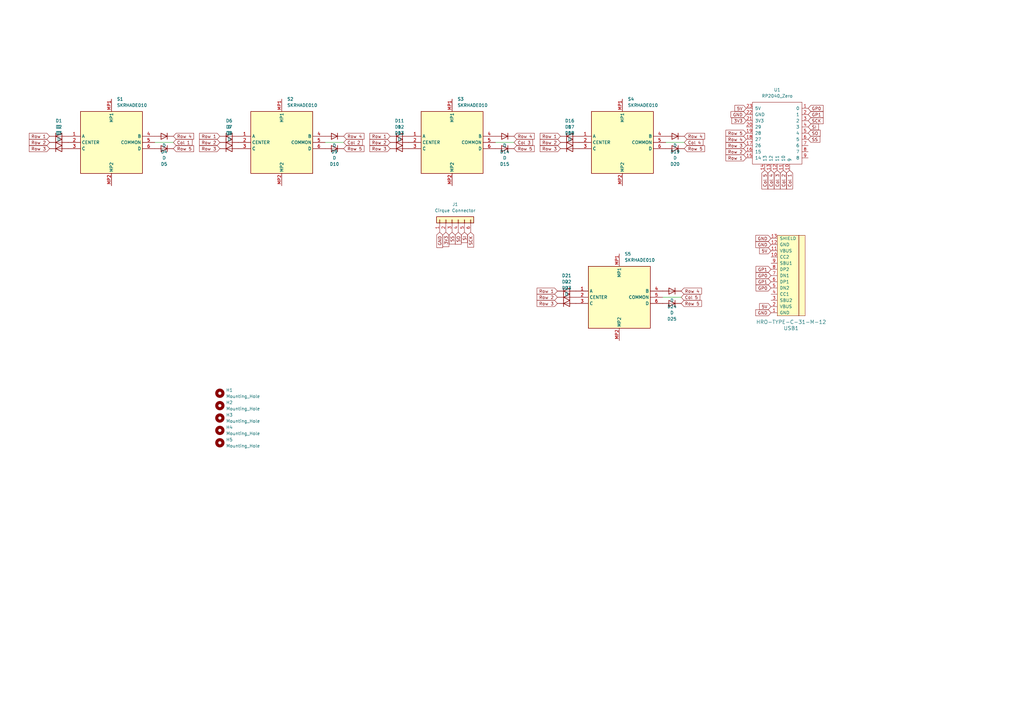
<source format=kicad_sch>
(kicad_sch (version 20231120) (generator "eeschema") (generator_version "8.99")
  (paper "A3")
  (lib_symbols
    (symbol "Connector_Generic:Conn_01x06" (pin_names (offset 1.016) hide)
      (property "Reference" "J" (at 0 7.62 0))
      (property "Value" "Conn_01x06" (at 0 -10.16 0))
      (symbol "Conn_01x06_1_1"
        (rectangle (start -1.27 -7.493) (end 0 -7.747) (stroke (width 0.1524)))
        (rectangle (start -1.27 -4.953) (end 0 -5.207) (stroke (width 0.1524)))
        (rectangle (start -1.27 -2.413) (end 0 -2.667) (stroke (width 0.1524)))
        (rectangle (start -1.27 0.127) (end 0 -0.127) (stroke (width 0.1524)))
        (rectangle (start -1.27 2.667) (end 0 2.413) (stroke (width 0.1524)))
        (rectangle (start -1.27 5.207) (end 0 4.953) (stroke (width 0.1524)))
        (rectangle (start -1.27 6.35) (end 1.27 -8.89) (stroke (width 0.254)) (fill (type background)))
        (pin passive line (at -5.08 5.08 0) (length 3.81) (name "Pin_1") (number "1"))
        (pin passive line (at -5.08 2.54 0) (length 3.81) (name "Pin_2") (number "2"))
        (pin passive line (at -5.08 0 0) (length 3.81) (name "Pin_3") (number "3"))
        (pin passive line (at -5.08 -2.54 0) (length 3.81) (name "Pin_4") (number "4"))
        (pin passive line (at -5.08 -5.08 0) (length 3.81) (name "Pin_5") (number "5"))
        (pin passive line (at -5.08 -7.62 0) (length 3.81) (name "Pin_6") (number "6"))
      )
    )
    (symbol "Device:D" (pin_numbers hide) (pin_names (offset 1.016) hide)
      (property "Reference" "D" (at 0 2.54 0))
      (property "Value" "D" (at 0 -2.54 0))
      (symbol "D_0_1"
        (polyline (pts (xy -1.27 1.27) (xy -1.27 -1.27)) (stroke (width 0.254)))
        (polyline (pts (xy 1.27 0) (xy -1.27 0)))
        (polyline (pts (xy 1.27 1.27) (xy 1.27 -1.27) (xy -1.27 0) (xy 1.27 1.27)) (stroke (width 0.254)))
      )
      (symbol "D_1_1"
        (pin passive line (at -3.81 0 0) (length 2.54) (name "K") (number "1"))
        (pin passive line (at 3.81 0 180) (length 2.54) (name "A") (number "2"))
      )
    )
    (symbol "SKRHADE010:SKRHADE010"
      (property "Reference" "S" (at 31.75 15.24 0))
      (property "Value" "SKRHADE010" (at 31.75 12.7 0))
      (symbol "SKRHADE010_1_1"
        (rectangle (start 5.08 10.16) (end 30.48 -15.24) (stroke (width 0.254)) (fill (type background)))
        (pin passive line (at 0 0 0) (length 5.08) (name "A") (number "1"))
        (pin passive line (at 0 -2.54 0) (length 5.08) (name "CENTER") (number "2"))
        (pin passive line (at 0 -5.08 0) (length 5.08) (name "C") (number "3"))
        (pin passive line (at 35.56 0 180) (length 5.08) (name "B") (number "4"))
        (pin passive line (at 35.56 -2.54 180) (length 5.08) (name "COMMON") (number "5"))
        (pin passive line (at 35.56 -5.08 180) (length 5.08) (name "D") (number "6"))
        (pin passive line (at 17.78 15.24 270) (length 5.08) (name "MP1") (number "MP1"))
        (pin passive line (at 17.78 -20.32 90) (length 5.08) (name "MP2") (number "MP2"))
      )
    )
    (symbol "ScottoKeebs:MCU_RP2040_Zero" (pin_names (offset 1.016))
      (property "Reference" "U" (at 0 15.24 0))
      (property "Value" "RP2040_Zero" (at 0 12.7 0))
      (symbol "MCU_RP2040_Zero_0_1"
        (rectangle (start -10.16 11.43) (end 10.16 -13.97))
      )
      (symbol "MCU_RP2040_Zero_1_1"
        (pin bidirectional line (at 12.7 8.89 180) (length 2.54) (name "0") (number "1"))
        (pin bidirectional line (at 5.08 -16.51 90) (length 2.54) (name "9") (number "10"))
        (pin bidirectional line (at 2.54 -16.51 90) (length 2.54) (name "10") (number "11"))
        (pin bidirectional line (at 0 -16.51 90) (length 2.54) (name "11") (number "12"))
        (pin bidirectional line (at -2.54 -16.51 90) (length 2.54) (name "12") (number "13"))
        (pin bidirectional line (at -5.08 -16.51 90) (length 2.54) (name "13") (number "14"))
        (pin bidirectional line (at -12.7 -11.43 0) (length 2.54) (name "14") (number "15"))
        (pin bidirectional line (at -12.7 -8.89 0) (length 2.54) (name "15") (number "16"))
        (pin bidirectional line (at -12.7 -6.35 0) (length 2.54) (name "26") (number "17"))
        (pin bidirectional line (at -12.7 -3.81 0) (length 2.54) (name "27") (number "18"))
        (pin bidirectional line (at -12.7 -1.27 0) (length 2.54) (name "28") (number "19"))
        (pin bidirectional line (at 12.7 6.35 180) (length 2.54) (name "1") (number "2"))
        (pin bidirectional line (at -12.7 1.27 0) (length 2.54) (name "29") (number "20"))
        (pin power_out line (at -12.7 3.81 0) (length 2.54) (name "3V3") (number "21"))
        (pin power_out line (at -12.7 6.35 0) (length 2.54) (name "GND") (number "22"))
        (pin power_out line (at -12.7 8.89 0) (length 2.54) (name "5V") (number "23"))
        (pin bidirectional line (at 12.7 3.81 180) (length 2.54) (name "2") (number "3"))
        (pin bidirectional line (at 12.7 1.27 180) (length 2.54) (name "3") (number "4"))
        (pin bidirectional line (at 12.7 -1.27 180) (length 2.54) (name "4") (number "5"))
        (pin bidirectional line (at 12.7 -3.81 180) (length 2.54) (name "5") (number "6"))
        (pin bidirectional line (at 12.7 -6.35 180) (length 2.54) (name "6") (number "7"))
        (pin bidirectional line (at 12.7 -8.89 180) (length 2.54) (name "7") (number "8"))
        (pin bidirectional line (at 12.7 -11.43 180) (length 2.54) (name "8") (number "9"))
      )
    )
    (symbol "ScottoKeebs:Placeholder_Mounting_Hole" (pin_names (offset 1.016))
      (property "Reference" "H" (at 0 5.08 0))
      (property "Value" "Mounting_Hole" (at 0 3.175 0))
      (symbol "Placeholder_Mounting_Hole_0_1"
        (circle (center 0 0) (radius 1.27) (stroke (width 1.27)))
      )
    )
    (symbol "USBType-C:HRO-TYPE-C-31-M-12" (pin_names (offset 1.016))
      (property "Reference" "USB" (at -5.08 16.51 0))
      (property "Value" "HRO-TYPE-C-31-M-12" (at -10.16 -1.27 90))
      (symbol "HRO-TYPE-C-31-M-12_0_1"
        (rectangle (start -11.43 15.24) (end -8.89 -17.78) (fill (type background)))
        (rectangle (start 0 -17.78) (end -8.89 15.24) (fill (type background)))
      )
      (symbol "HRO-TYPE-C-31-M-12_1_1"
        (pin input line (at 2.54 13.97 180) (length 2.54) (name "GND") (number "1"))
        (pin input line (at 2.54 -8.89 180) (length 2.54) (name "CC2") (number "10"))
        (pin input line (at 2.54 -11.43 180) (length 2.54) (name "VBUS") (number "11"))
        (pin input line (at 2.54 -13.97 180) (length 2.54) (name "GND") (number "12"))
        (pin input line (at 2.54 -16.51 180) (length 2.54) (name "SHIELD") (number "13"))
        (pin input line (at 2.54 11.43 180) (length 2.54) (name "VBUS") (number "2"))
        (pin input line (at 2.54 8.89 180) (length 2.54) (name "SBU2") (number "3"))
        (pin input line (at 2.54 6.35 180) (length 2.54) (name "CC1") (number "4"))
        (pin input line (at 2.54 3.81 180) (length 2.54) (name "DN2") (number "5"))
        (pin input line (at 2.54 1.27 180) (length 2.54) (name "DP1") (number "6"))
        (pin input line (at 2.54 -1.27 180) (length 2.54) (name "DN1") (number "7"))
        (pin input line (at 2.54 -3.81 180) (length 2.54) (name "DP2") (number "8"))
        (pin input line (at 2.54 -6.35 180) (length 2.54) (name "SBU1") (number "9"))
      )
    )
  )
  (bus_entry (at 182.88 -49.53) (size 2.54 2.54))
  (wire (pts (xy 210.82 58.42) (xy 203.2 58.42)))
  (wire (pts (xy 280.67 58.42) (xy 273.05 58.42)))
  (wire (pts (xy 279.4 121.92) (xy 271.78 121.92)))
  (wire (pts (xy 71.12 58.42) (xy 63.5 58.42)))
  (wire (pts (xy 140.97 58.42) (xy 133.35 58.42)))
  (global_label "Row 2" (shape input) (at 228.6 121.92 180) (property "Intersheetrefs" "${INTERSHEET_REFS}" (effects (hide yes))))
  (global_label "Row 3" (shape input) (at 20.32 60.96 180) (property "Intersheetrefs" "${INTERSHEET_REFS}" (effects (hide yes))))
  (global_label "5V" (shape input) (at 306.07 44.45 180) (property "Intersheetrefs" "${INTERSHEET_REFS}" (effects (hide yes))))
  (global_label "Row 5" (shape input) (at 71.12 60.96 0) (property "Intersheetrefs" "${INTERSHEET_REFS}" (effects (hide yes))))
  (global_label "5V" (shape input) (at 316.23 102.87 180) (property "Intersheetrefs" "${INTERSHEET_REFS}" (effects (hide yes))))
  (global_label "3V3" (shape input) (at 182.88 95.25 270) (property "Intersheetrefs" "${INTERSHEET_REFS}" (effects (hide yes))))
  (global_label "Row 4" (shape input) (at 140.97 55.88 0) (property "Intersheetrefs" "${INTERSHEET_REFS}" (effects (hide yes))))
  (global_label "Row 5" (shape input) (at 279.4 124.46 0) (property "Intersheetrefs" "${INTERSHEET_REFS}" (effects (hide yes))))
  (global_label "Row 2" (shape input) (at 20.32 58.42 180) (property "Intersheetrefs" "${INTERSHEET_REFS}" (effects (hide yes))))
  (global_label "Row 1" (shape input) (at 20.32 55.88 180) (property "Intersheetrefs" "${INTERSHEET_REFS}" (effects (hide yes))))
  (global_label "Row 4" (shape input) (at 306.07 57.15 180) (property "Intersheetrefs" "${INTERSHEET_REFS}" (effects (hide yes))))
  (global_label "Row 2" (shape input) (at 90.17 58.42 180) (property "Intersheetrefs" "${INTERSHEET_REFS}" (effects (hide yes))))
  (global_label "SO" (shape input) (at 331.47 54.61 0) (property "Intersheetrefs" "${INTERSHEET_REFS}" (effects (hide yes))))
  (global_label "Row 1" (shape input) (at 90.17 55.88 180) (property "Intersheetrefs" "${INTERSHEET_REFS}" (effects (hide yes))))
  (global_label "GND" (shape input) (at 316.23 128.27 180) (property "Intersheetrefs" "${INTERSHEET_REFS}" (effects (hide yes))))
  (global_label "SI" (shape input) (at 190.5 95.25 270) (property "Intersheetrefs" "${INTERSHEET_REFS}" (effects (hide yes))))
  (global_label "Row 2" (shape input) (at 229.87 58.42 180) (property "Intersheetrefs" "${INTERSHEET_REFS}" (effects (hide yes))))
  (global_label "Row 1" (shape input) (at 229.87 55.88 180) (property "Intersheetrefs" "${INTERSHEET_REFS}" (effects (hide yes))))
  (global_label "5V" (shape input) (at 316.23 125.73 180) (property "Intersheetrefs" "${INTERSHEET_REFS}" (effects (hide yes))))
  (global_label "GND" (shape input) (at 316.23 100.33 180) (property "Intersheetrefs" "${INTERSHEET_REFS}" (effects (hide yes))))
  (global_label "Col 1" (shape input) (at 323.85 69.85 270) (property "Intersheetrefs" "${INTERSHEET_REFS}" (effects (hide yes))))
  (global_label "Col 2" (shape input) (at 140.97 58.42 0) (property "Intersheetrefs" "${INTERSHEET_REFS}" (effects (hide yes))))
  (global_label "GP0" (shape input) (at 316.23 118.11 180) (property "Intersheetrefs" "${INTERSHEET_REFS}" (effects (hide yes))))
  (global_label "Row 2" (shape input) (at 160.02 58.42 180) (property "Intersheetrefs" "${INTERSHEET_REFS}" (effects (hide yes))))
  (global_label "SS" (shape input) (at 185.42 95.25 270) (property "Intersheetrefs" "${INTERSHEET_REFS}" (effects (hide yes))))
  (global_label "SS" (shape input) (at 331.47 57.15 0) (property "Intersheetrefs" "${INTERSHEET_REFS}" (effects (hide yes))))
  (global_label "GND" (shape input) (at 316.23 97.79 180) (property "Intersheetrefs" "${INTERSHEET_REFS}" (effects (hide yes))))
  (global_label "GND" (shape input) (at 180.34 95.25 270) (property "Intersheetrefs" "${INTERSHEET_REFS}" (effects (hide yes))))
  (global_label "Row 4" (shape input) (at 71.12 55.88 0) (property "Intersheetrefs" "${INTERSHEET_REFS}" (effects (hide yes))))
  (global_label "GP1" (shape input) (at 316.23 115.57 180) (property "Intersheetrefs" "${INTERSHEET_REFS}" (effects (hide yes))))
  (global_label "Col 1" (shape input) (at 71.12 58.42 0) (property "Intersheetrefs" "${INTERSHEET_REFS}" (effects (hide yes))))
  (global_label "Row 5" (shape input) (at 306.07 54.61 180) (property "Intersheetrefs" "${INTERSHEET_REFS}" (effects (hide yes))))
  (global_label "Row 3" (shape input) (at 160.02 60.96 180) (property "Intersheetrefs" "${INTERSHEET_REFS}" (effects (hide yes))))
  (global_label "Col 3" (shape input) (at 318.77 69.85 270) (property "Intersheetrefs" "${INTERSHEET_REFS}" (effects (hide yes))))
  (global_label "3V3" (shape input) (at 306.07 49.53 180) (property "Intersheetrefs" "${INTERSHEET_REFS}" (effects (hide yes))))
  (global_label "Col 5" (shape input) (at 279.4 121.92 0) (property "Intersheetrefs" "${INTERSHEET_REFS}" (effects (hide yes))))
  (global_label "GP0" (shape input) (at 331.47 44.45 0) (property "Intersheetrefs" "${INTERSHEET_REFS}" (effects (hide yes))))
  (global_label "Row 1" (shape input) (at 228.6 119.38 180) (property "Intersheetrefs" "${INTERSHEET_REFS}" (effects (hide yes))))
  (global_label "Row 5" (shape input) (at 140.97 60.96 0) (property "Intersheetrefs" "${INTERSHEET_REFS}" (effects (hide yes))))
  (global_label "SCK" (shape input) (at 193.04 95.25 270) (property "Intersheetrefs" "${INTERSHEET_REFS}" (effects (hide yes))))
  (global_label "Col 3" (shape input) (at 210.82 58.42 0) (property "Intersheetrefs" "${INTERSHEET_REFS}" (effects (hide yes))))
  (global_label "Col 4" (shape input) (at 316.23 69.85 270) (property "Intersheetrefs" "${INTERSHEET_REFS}" (effects (hide yes))))
  (global_label "Row 3" (shape input) (at 306.07 59.69 180) (property "Intersheetrefs" "${INTERSHEET_REFS}" (effects (hide yes))))
  (global_label "GP0" (shape input) (at 316.23 113.03 180) (property "Intersheetrefs" "${INTERSHEET_REFS}" (effects (hide yes))))
  (global_label "Row 4" (shape input) (at 279.4 119.38 0) (property "Intersheetrefs" "${INTERSHEET_REFS}" (effects (hide yes))))
  (global_label "Row 3" (shape input) (at 229.87 60.96 180) (property "Intersheetrefs" "${INTERSHEET_REFS}" (effects (hide yes))))
  (global_label "Row 3" (shape input) (at 90.17 60.96 180) (property "Intersheetrefs" "${INTERSHEET_REFS}" (effects (hide yes))))
  (global_label "GP1" (shape input) (at 316.23 110.49 180) (property "Intersheetrefs" "${INTERSHEET_REFS}" (effects (hide yes))))
  (global_label "Row 5" (shape input) (at 280.67 60.96 0) (property "Intersheetrefs" "${INTERSHEET_REFS}" (effects (hide yes))))
  (global_label "Col 4" (shape input) (at 280.67 58.42 0) (property "Intersheetrefs" "${INTERSHEET_REFS}" (effects (hide yes))))
  (global_label "Row 1" (shape input) (at 160.02 55.88 180) (property "Intersheetrefs" "${INTERSHEET_REFS}" (effects (hide yes))))
  (global_label "SI" (shape input) (at 331.47 52.07 0) (property "Intersheetrefs" "${INTERSHEET_REFS}" (effects (hide yes))))
  (global_label "SO" (shape input) (at 187.96 95.25 270) (property "Intersheetrefs" "${INTERSHEET_REFS}" (effects (hide yes))))
  (global_label "Row 2" (shape input) (at 306.07 62.23 180) (property "Intersheetrefs" "${INTERSHEET_REFS}" (effects (hide yes))))
  (global_label "Col 2" (shape input) (at 321.31 69.85 270) (property "Intersheetrefs" "${INTERSHEET_REFS}" (effects (hide yes))))
  (global_label "Row 5" (shape input) (at 210.82 60.96 0) (property "Intersheetrefs" "${INTERSHEET_REFS}" (effects (hide yes))))
  (global_label "Col 5" (shape input) (at 313.69 69.85 270) (property "Intersheetrefs" "${INTERSHEET_REFS}" (effects (hide yes))))
  (global_label "Row 4" (shape input) (at 280.67 55.88 0) (property "Intersheetrefs" "${INTERSHEET_REFS}" (effects (hide yes))))
  (global_label "GP1" (shape input) (at 331.47 46.99 0) (property "Intersheetrefs" "${INTERSHEET_REFS}" (effects (hide yes))))
  (global_label "Row 1" (shape input) (at 306.07 64.77 180) (property "Intersheetrefs" "${INTERSHEET_REFS}" (effects (hide yes))))
  (global_label "Row 3" (shape input) (at 228.6 124.46 180) (property "Intersheetrefs" "${INTERSHEET_REFS}" (effects (hide yes))))
  (global_label "SCK" (shape input) (at 331.47 49.53 0) (property "Intersheetrefs" "${INTERSHEET_REFS}" (effects (hide yes))))
  (global_label "GND" (shape input) (at 306.07 46.99 180) (property "Intersheetrefs" "${INTERSHEET_REFS}" (effects (hide yes))))
  (global_label "Row 4" (shape input) (at 210.82 55.88 0) (property "Intersheetrefs" "${INTERSHEET_REFS}" (effects (hide yes))))
  (symbol (lib_id "Device:D") (at 233.68 58.42 0) (unit 1)
    (property "Reference" "D17" (at 233.68 52.07 0))
    (property "Value" "D" (at 233.68 54.61 0))
    (property "Footprint" "ScottoKeebs_Components:Diode_SOD-123" (effects (hide yes)))
    (property "Description" "Diode" (effects (hide yes)))
    (property "Sim.Device" "D" (effects (hide yes)))
    (property "Sim.Pins" "1=K 2=A" (effects (hide yes)))
  )
  (symbol (lib_id "Device:D") (at 232.41 124.46 0) (unit 1)
    (property "Reference" "D23" (at 232.41 118.11 0))
    (property "Value" "D" (at 232.41 120.65 0))
    (property "Footprint" "ScottoKeebs_Components:Diode_SOD-123" (effects (hide yes)))
    (property "Description" "Diode" (effects (hide yes)))
    (property "Sim.Device" "D" (effects (hide yes)))
    (property "Sim.Pins" "1=K 2=A" (effects (hide yes)))
  )
  (symbol (lib_id "Device:D") (at 67.31 60.96 180) (unit 1)
    (property "Reference" "D5" (at 67.31 67.31 0))
    (property "Value" "D" (at 67.31 64.77 0))
    (property "Footprint" "ScottoKeebs_Components:Diode_SOD-123" (effects (hide yes)))
    (property "Description" "Diode" (effects (hide yes)))
    (property "Sim.Device" "D" (effects (hide yes)))
    (property "Sim.Pins" "1=K 2=A" (effects (hide yes)))
  )
  (symbol (lib_id "SKRHADE010:SKRHADE010") (at 27.94 55.88 0) (unit 1)
    (property "Reference" "S1" (at 47.9141 40.64 0) (effects (justify left)))
    (property "Value" "SKRHADE010" (at 47.9141 43.18 0) (effects (justify left)))
    (property "Footprint" "footprints:SKRHADE010" (effects (hide yes)))
    (property "Datasheet" "http://uk.rs-online.com/web/p/products/1239637" (effects (hide yes)))
    (property "Description" "Multi-Directional Switches 4-directn cntr push w/ boss 500K cycles" (effects (hide yes)))
    (property "Height" "5" (effects (hide yes)))
    (property "Manufacturer_Name" "ALPS Electric" (effects (hide yes)))
    (property "Manufacturer_Part_Number" "SKRHADE010" (effects (hide yes)))
    (property "Mouser Part Number" "688-SKRHAD" (effects (hide yes)))
    (property "Mouser Price/Stock" "https://www.mouser.co.uk/ProductDetail/Alps-Alpine/SKRHADE010?qs=seHrhfPpLDxlAi0Di%252BJD5Q%3D%3D" (effects (hide yes)))
  )
  (symbol (lib_id "Device:D") (at 276.86 55.88 180) (unit 1)
    (property "Reference" "D19" (at 276.86 62.23 0))
    (property "Value" "D" (at 276.86 59.69 0))
    (property "Footprint" "ScottoKeebs_Components:Diode_SOD-123" (effects (hide yes)))
    (property "Description" "Diode" (effects (hide yes)))
    (property "Sim.Device" "D" (effects (hide yes)))
    (property "Sim.Pins" "1=K 2=A" (effects (hide yes)))
  )
  (symbol (lib_id "ScottoKeebs:Placeholder_Mounting_Hole") (at 90.17 176.53 0) (unit 1)
    (property "Reference" "H4" (at 92.71 175.2599 0) (effects (justify left)))
    (property "Value" "Mounting_Hole" (at 92.71 177.7999 0) (effects (justify left)))
    (property "Footprint" "MountingHole:MountingHole_2.2mm_M2_Pad_Via" (effects (hide yes)))
    (property "Description" "Mounting Hole without connection" (effects (hide yes)))
  )
  (symbol (lib_id "Device:D") (at 232.41 121.92 0) (unit 1)
    (property "Reference" "D22" (at 232.41 115.57 0))
    (property "Value" "D" (at 232.41 118.11 0))
    (property "Footprint" "ScottoKeebs_Components:Diode_SOD-123" (effects (hide yes)))
    (property "Description" "Diode" (effects (hide yes)))
    (property "Sim.Device" "D" (effects (hide yes)))
    (property "Sim.Pins" "1=K 2=A" (effects (hide yes)))
  )
  (symbol (lib_id "SKRHADE010:SKRHADE010") (at 97.79 55.88 0) (unit 1)
    (property "Reference" "S2" (at 117.7641 40.64 0) (effects (justify left)))
    (property "Value" "SKRHADE010" (at 117.7641 43.18 0) (effects (justify left)))
    (property "Footprint" "footprints:SKRHADE010" (effects (hide yes)))
    (property "Datasheet" "http://uk.rs-online.com/web/p/products/1239637" (effects (hide yes)))
    (property "Description" "Multi-Directional Switches 4-directn cntr push w/ boss 500K cycles" (effects (hide yes)))
    (property "Height" "5" (effects (hide yes)))
    (property "Manufacturer_Name" "ALPS Electric" (effects (hide yes)))
    (property "Manufacturer_Part_Number" "SKRHADE010" (effects (hide yes)))
    (property "Mouser Part Number" "688-SKRHAD" (effects (hide yes)))
    (property "Mouser Price/Stock" "https://www.mouser.co.uk/ProductDetail/Alps-Alpine/SKRHADE010?qs=seHrhfPpLDxlAi0Di%252BJD5Q%3D%3D" (effects (hide yes)))
  )
  (symbol (lib_id "Device:D") (at 93.98 60.96 0) (unit 1)
    (property "Reference" "D8" (at 93.98 54.61 0))
    (property "Value" "D" (at 93.98 57.15 0))
    (property "Footprint" "ScottoKeebs_Components:Diode_SOD-123" (effects (hide yes)))
    (property "Description" "Diode" (effects (hide yes)))
    (property "Sim.Device" "D" (effects (hide yes)))
    (property "Sim.Pins" "1=K 2=A" (effects (hide yes)))
  )
  (symbol (lib_id "Device:D") (at 163.83 58.42 0) (unit 1)
    (property "Reference" "D12" (at 163.83 52.07 0))
    (property "Value" "D" (at 163.83 54.61 0))
    (property "Footprint" "ScottoKeebs_Components:Diode_SOD-123" (effects (hide yes)))
    (property "Description" "Diode" (effects (hide yes)))
    (property "Sim.Device" "D" (effects (hide yes)))
    (property "Sim.Pins" "1=K 2=A" (effects (hide yes)))
  )
  (symbol (lib_id "ScottoKeebs:Placeholder_Mounting_Hole") (at 90.17 161.29 0) (unit 1)
    (property "Reference" "H1" (at 92.71 160.0199 0) (effects (justify left)))
    (property "Value" "Mounting_Hole" (at 92.71 162.5599 0) (effects (justify left)))
    (property "Footprint" "MountingHole:MountingHole_2.2mm_M2_Pad_Via" (effects (hide yes)))
    (property "Description" "Mounting Hole without connection" (effects (hide yes)))
  )
  (symbol (lib_id "Device:D") (at 232.41 119.38 0) (unit 1)
    (property "Reference" "D21" (at 232.41 113.03 0))
    (property "Value" "D" (at 232.41 115.57 0))
    (property "Footprint" "ScottoKeebs_Components:Diode_SOD-123" (effects (hide yes)))
    (property "Description" "Diode" (effects (hide yes)))
    (property "Sim.Device" "D" (effects (hide yes)))
    (property "Sim.Pins" "1=K 2=A" (effects (hide yes)))
  )
  (symbol (lib_id "ScottoKeebs:Placeholder_Mounting_Hole") (at 90.17 171.45 0) (unit 1)
    (property "Reference" "H3" (at 92.71 170.1799 0) (effects (justify left)))
    (property "Value" "Mounting_Hole" (at 92.71 172.7199 0) (effects (justify left)))
    (property "Footprint" "MountingHole:MountingHole_2.2mm_M2_Pad_Via" (effects (hide yes)))
    (property "Description" "Mounting Hole without connection" (effects (hide yes)))
  )
  (symbol (lib_id "ScottoKeebs:Placeholder_Mounting_Hole") (at 90.17 181.61 0) (unit 1)
    (property "Reference" "H5" (at 92.71 180.3399 0) (effects (justify left)))
    (property "Value" "Mounting_Hole" (at 92.71 182.8799 0) (effects (justify left)))
    (property "Footprint" "MountingHole:MountingHole_2.2mm_M2_Pad_Via" (effects (hide yes)))
    (property "Description" "Mounting Hole without connection" (effects (hide yes)))
  )
  (symbol (lib_id "SKRHADE010:SKRHADE010") (at 236.22 119.38 0) (unit 1)
    (property "Reference" "S5" (at 256.1941 104.14 0) (effects (justify left)))
    (property "Value" "SKRHADE010" (at 256.1941 106.68 0) (effects (justify left)))
    (property "Footprint" "footprints:SKRHADE010" (effects (hide yes)))
    (property "Datasheet" "http://uk.rs-online.com/web/p/products/1239637" (effects (hide yes)))
    (property "Description" "Multi-Directional Switches 4-directn cntr push w/ boss 500K cycles" (effects (hide yes)))
    (property "Height" "5" (effects (hide yes)))
    (property "Manufacturer_Name" "ALPS Electric" (effects (hide yes)))
    (property "Manufacturer_Part_Number" "SKRHADE010" (effects (hide yes)))
    (property "Mouser Part Number" "688-SKRHAD" (effects (hide yes)))
    (property "Mouser Price/Stock" "https://www.mouser.co.uk/ProductDetail/Alps-Alpine/SKRHADE010?qs=seHrhfPpLDxlAi0Di%252BJD5Q%3D%3D" (effects (hide yes)))
  )
  (symbol (lib_id "Device:D") (at 24.13 58.42 0) (unit 1)
    (property "Reference" "D2" (at 24.13 52.07 0))
    (property "Value" "D" (at 24.13 54.61 0))
    (property "Footprint" "ScottoKeebs_Components:Diode_SOD-123" (effects (hide yes)))
    (property "Description" "Diode" (effects (hide yes)))
    (property "Sim.Device" "D" (effects (hide yes)))
    (property "Sim.Pins" "1=K 2=A" (effects (hide yes)))
  )
  (symbol (lib_id "Device:D") (at 163.83 60.96 0) (unit 1)
    (property "Reference" "D13" (at 163.83 54.61 0))
    (property "Value" "D" (at 163.83 57.15 0))
    (property "Footprint" "ScottoKeebs_Components:Diode_SOD-123" (effects (hide yes)))
    (property "Description" "Diode" (effects (hide yes)))
    (property "Sim.Device" "D" (effects (hide yes)))
    (property "Sim.Pins" "1=K 2=A" (effects (hide yes)))
  )
  (symbol (lib_id "Device:D") (at 207.01 60.96 180) (unit 1)
    (property "Reference" "D15" (at 207.01 67.31 0))
    (property "Value" "D" (at 207.01 64.77 0))
    (property "Footprint" "ScottoKeebs_Components:Diode_SOD-123" (effects (hide yes)))
    (property "Description" "Diode" (effects (hide yes)))
    (property "Sim.Device" "D" (effects (hide yes)))
    (property "Sim.Pins" "1=K 2=A" (effects (hide yes)))
  )
  (symbol (lib_id "Device:D") (at 67.31 55.88 180) (unit 1)
    (property "Reference" "D4" (at 67.31 62.23 0))
    (property "Value" "D" (at 67.31 59.69 0))
    (property "Footprint" "ScottoKeebs_Components:Diode_SOD-123" (effects (hide yes)))
    (property "Description" "Diode" (effects (hide yes)))
    (property "Sim.Device" "D" (effects (hide yes)))
    (property "Sim.Pins" "1=K 2=A" (effects (hide yes)))
  )
  (symbol (lib_id "SKRHADE010:SKRHADE010") (at 167.64 55.88 0) (unit 1)
    (property "Reference" "S3" (at 187.6141 40.64 0) (effects (justify left)))
    (property "Value" "SKRHADE010" (at 187.6141 43.18 0) (effects (justify left)))
    (property "Footprint" "footprints:SKRHADE010" (effects (hide yes)))
    (property "Datasheet" "http://uk.rs-online.com/web/p/products/1239637" (effects (hide yes)))
    (property "Description" "Multi-Directional Switches 4-directn cntr push w/ boss 500K cycles" (effects (hide yes)))
    (property "Height" "5" (effects (hide yes)))
    (property "Manufacturer_Name" "ALPS Electric" (effects (hide yes)))
    (property "Manufacturer_Part_Number" "SKRHADE010" (effects (hide yes)))
    (property "Mouser Part Number" "688-SKRHAD" (effects (hide yes)))
    (property "Mouser Price/Stock" "https://www.mouser.co.uk/ProductDetail/Alps-Alpine/SKRHADE010?qs=seHrhfPpLDxlAi0Di%252BJD5Q%3D%3D" (effects (hide yes)))
  )
  (symbol (lib_id "Connector_Generic:Conn_01x06") (at 185.42 90.17 90) (unit 1)
    (property "Reference" "J1" (at 186.69 83.82 90))
    (property "Value" "Cirque Connector" (at 186.69 86.36 90))
    (property "Footprint" "footprints:Cirque-connector" (effects (hide yes)))
    (property "Description" "Generic connector, single row, 01x06, script generated (kicad-library-utils/schlib/autogen/connector/)" (effects (hide yes)))
  )
  (symbol (lib_id "USBType-C:HRO-TYPE-C-31-M-12") (at 318.77 114.3 180) (unit 1)
    (property "Reference" "USB1" (at 324.485 134.62 0) (effects (font (size 1.524 1.524))))
    (property "Value" "HRO-TYPE-C-31-M-12" (at 324.485 132.08 0) (effects (font (size 1.524 1.524))))
    (property "Footprint" "footprints:HRO-TYPE-C-31-M-12" (effects (hide yes)))
  )
  (symbol (lib_id "ScottoKeebs:MCU_RP2040_Zero") (at 318.77 53.34 0) (unit 1)
    (property "Reference" "U1" (at 318.77 36.83 0))
    (property "Value" "RP2040_Zero" (at 318.77 39.37 0))
    (property "Footprint" "ScottoKeebs_MCU:RP2040_Zero" (effects (hide yes)))
  )
  (symbol (lib_id "ScottoKeebs:Placeholder_Mounting_Hole") (at 90.17 166.37 0) (unit 1)
    (property "Reference" "H2" (at 92.71 165.0999 0) (effects (justify left)))
    (property "Value" "Mounting_Hole" (at 92.71 167.6399 0) (effects (justify left)))
    (property "Footprint" "MountingHole:MountingHole_2.2mm_M2_Pad_Via" (effects (hide yes)))
    (property "Description" "Mounting Hole without connection" (effects (hide yes)))
  )
  (symbol (lib_id "Device:D") (at 163.83 55.88 0) (unit 1)
    (property "Reference" "D11" (at 163.83 49.53 0))
    (property "Value" "D" (at 163.83 52.07 0))
    (property "Footprint" "ScottoKeebs_Components:Diode_SOD-123" (effects (hide yes)))
    (property "Description" "Diode" (effects (hide yes)))
    (property "Sim.Device" "D" (effects (hide yes)))
    (property "Sim.Pins" "1=K 2=A" (effects (hide yes)))
  )
  (symbol (lib_id "Device:D") (at 275.59 124.46 180) (unit 1)
    (property "Reference" "D25" (at 275.59 130.81 0))
    (property "Value" "D" (at 275.59 128.27 0))
    (property "Footprint" "ScottoKeebs_Components:Diode_SOD-123" (effects (hide yes)))
    (property "Description" "Diode" (effects (hide yes)))
    (property "Sim.Device" "D" (effects (hide yes)))
    (property "Sim.Pins" "1=K 2=A" (effects (hide yes)))
  )
  (symbol (lib_id "Device:D") (at 24.13 60.96 0) (unit 1)
    (property "Reference" "D3" (at 24.13 54.61 0))
    (property "Value" "D" (at 24.13 57.15 0))
    (property "Footprint" "ScottoKeebs_Components:Diode_SOD-123" (effects (hide yes)))
    (property "Description" "Diode" (effects (hide yes)))
    (property "Sim.Device" "D" (effects (hide yes)))
    (property "Sim.Pins" "1=K 2=A" (effects (hide yes)))
  )
  (symbol (lib_id "SKRHADE010:SKRHADE010") (at 237.49 55.88 0) (unit 1)
    (property "Reference" "S4" (at 257.4641 40.64 0) (effects (justify left)))
    (property "Value" "SKRHADE010" (at 257.4641 43.18 0) (effects (justify left)))
    (property "Footprint" "footprints:SKRHADE010" (effects (hide yes)))
    (property "Datasheet" "http://uk.rs-online.com/web/p/products/1239637" (effects (hide yes)))
    (property "Description" "Multi-Directional Switches 4-directn cntr push w/ boss 500K cycles" (effects (hide yes)))
    (property "Height" "5" (effects (hide yes)))
    (property "Manufacturer_Name" "ALPS Electric" (effects (hide yes)))
    (property "Manufacturer_Part_Number" "SKRHADE010" (effects (hide yes)))
    (property "Mouser Part Number" "688-SKRHAD" (effects (hide yes)))
    (property "Mouser Price/Stock" "https://www.mouser.co.uk/ProductDetail/Alps-Alpine/SKRHADE010?qs=seHrhfPpLDxlAi0Di%252BJD5Q%3D%3D" (effects (hide yes)))
  )
  (symbol (lib_id "Device:D") (at 276.86 60.96 180) (unit 1)
    (property "Reference" "D20" (at 276.86 67.31 0))
    (property "Value" "D" (at 276.86 64.77 0))
    (property "Footprint" "ScottoKeebs_Components:Diode_SOD-123" (effects (hide yes)))
    (property "Description" "Diode" (effects (hide yes)))
    (property "Sim.Device" "D" (effects (hide yes)))
    (property "Sim.Pins" "1=K 2=A" (effects (hide yes)))
  )
  (symbol (lib_id "Device:D") (at 24.13 55.88 0) (unit 1)
    (property "Reference" "D1" (at 24.13 49.53 0))
    (property "Value" "D" (at 24.13 52.07 0))
    (property "Footprint" "ScottoKeebs_Components:Diode_SOD-123" (effects (hide yes)))
    (property "Description" "Diode" (effects (hide yes)))
    (property "Sim.Device" "D" (effects (hide yes)))
    (property "Sim.Pins" "1=K 2=A" (effects (hide yes)))
  )
  (symbol (lib_id "Device:D") (at 207.01 55.88 180) (unit 1)
    (property "Reference" "D14" (at 207.01 62.23 0))
    (property "Value" "D" (at 207.01 59.69 0))
    (property "Footprint" "ScottoKeebs_Components:Diode_SOD-123" (effects (hide yes)))
    (property "Description" "Diode" (effects (hide yes)))
    (property "Sim.Device" "D" (effects (hide yes)))
    (property "Sim.Pins" "1=K 2=A" (effects (hide yes)))
  )
  (symbol (lib_id "Device:D") (at 93.98 58.42 0) (unit 1)
    (property "Reference" "D7" (at 93.98 52.07 0))
    (property "Value" "D" (at 93.98 54.61 0))
    (property "Footprint" "ScottoKeebs_Components:Diode_SOD-123" (effects (hide yes)))
    (property "Description" "Diode" (effects (hide yes)))
    (property "Sim.Device" "D" (effects (hide yes)))
    (property "Sim.Pins" "1=K 2=A" (effects (hide yes)))
  )
  (symbol (lib_id "Device:D") (at 137.16 55.88 180) (unit 1)
    (property "Reference" "D9" (at 137.16 62.23 0))
    (property "Value" "D" (at 137.16 59.69 0))
    (property "Footprint" "ScottoKeebs_Components:Diode_SOD-123" (effects (hide yes)))
    (property "Description" "Diode" (effects (hide yes)))
    (property "Sim.Device" "D" (effects (hide yes)))
    (property "Sim.Pins" "1=K 2=A" (effects (hide yes)))
  )
  (symbol (lib_id "Device:D") (at 233.68 60.96 0) (unit 1)
    (property "Reference" "D18" (at 233.68 54.61 0))
    (property "Value" "D" (at 233.68 57.15 0))
    (property "Footprint" "ScottoKeebs_Components:Diode_SOD-123" (effects (hide yes)))
    (property "Description" "Diode" (effects (hide yes)))
    (property "Sim.Device" "D" (effects (hide yes)))
    (property "Sim.Pins" "1=K 2=A" (effects (hide yes)))
  )
  (symbol (lib_id "Device:D") (at 93.98 55.88 0) (unit 1)
    (property "Reference" "D6" (at 93.98 49.53 0))
    (property "Value" "D" (at 93.98 52.07 0))
    (property "Footprint" "ScottoKeebs_Components:Diode_SOD-123" (effects (hide yes)))
    (property "Description" "Diode" (effects (hide yes)))
    (property "Sim.Device" "D" (effects (hide yes)))
    (property "Sim.Pins" "1=K 2=A" (effects (hide yes)))
  )
  (symbol (lib_id "Device:D") (at 233.68 55.88 0) (unit 1)
    (property "Reference" "D16" (at 233.68 49.53 0))
    (property "Value" "D" (at 233.68 52.07 0))
    (property "Footprint" "ScottoKeebs_Components:Diode_SOD-123" (effects (hide yes)))
    (property "Description" "Diode" (effects (hide yes)))
    (property "Sim.Device" "D" (effects (hide yes)))
    (property "Sim.Pins" "1=K 2=A" (effects (hide yes)))
  )
  (symbol (lib_id "Device:D") (at 275.59 119.38 180) (unit 1)
    (property "Reference" "D24" (at 275.59 125.73 0))
    (property "Value" "D" (at 275.59 123.19 0))
    (property "Footprint" "ScottoKeebs_Components:Diode_SOD-123" (effects (hide yes)))
    (property "Description" "Diode" (effects (hide yes)))
    (property "Sim.Device" "D" (effects (hide yes)))
    (property "Sim.Pins" "1=K 2=A" (effects (hide yes)))
  )
  (symbol (lib_id "Device:D") (at 137.16 60.96 180) (unit 1)
    (property "Reference" "D10" (at 137.16 67.31 0))
    (property "Value" "D" (at 137.16 64.77 0))
    (property "Footprint" "ScottoKeebs_Components:Diode_SOD-123" (effects (hide yes)))
    (property "Description" "Diode" (effects (hide yes)))
    (property "Sim.Device" "D" (effects (hide yes)))
    (property "Sim.Pins" "1=K 2=A" (effects (hide yes)))
  )
)
</source>
